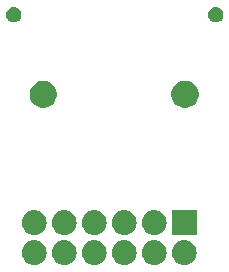
<source format=gbs>
G04 #@! TF.GenerationSoftware,KiCad,Pcbnew,(5.0.1)-3*
G04 #@! TF.CreationDate,2018-10-30T18:00:54+11:00*
G04 #@! TF.ProjectId,SoManySwitches-ClientBoard,536F4D616E7953776974636865732D43,rev?*
G04 #@! TF.SameCoordinates,PX8d4855cPY6bf9b94*
G04 #@! TF.FileFunction,Soldermask,Bot*
G04 #@! TF.FilePolarity,Negative*
%FSLAX46Y46*%
G04 Gerber Fmt 4.6, Leading zero omitted, Abs format (unit mm)*
G04 Created by KiCad (PCBNEW (5.0.1)-3) date 30/10/2018 6:00:54 PM*
%MOMM*%
%LPD*%
G01*
G04 APERTURE LIST*
%ADD10C,0.100000*%
G04 APERTURE END LIST*
D10*
G36*
X13273207Y2566904D02*
X13350336Y2559307D01*
X13482287Y2519280D01*
X13548263Y2499267D01*
X13730672Y2401767D01*
X13890554Y2270554D01*
X14021767Y2110672D01*
X14119267Y1928263D01*
X14119267Y1928262D01*
X14179307Y1730336D01*
X14199580Y1524500D01*
X14179307Y1318664D01*
X14139280Y1186713D01*
X14119267Y1120737D01*
X14021767Y938328D01*
X13890554Y778446D01*
X13730672Y647233D01*
X13548263Y549733D01*
X13482287Y529720D01*
X13350336Y489693D01*
X13273207Y482096D01*
X13196080Y474500D01*
X13092920Y474500D01*
X13015793Y482096D01*
X12938664Y489693D01*
X12806713Y529720D01*
X12740737Y549733D01*
X12558328Y647233D01*
X12398446Y778446D01*
X12267233Y938328D01*
X12169733Y1120737D01*
X12149720Y1186713D01*
X12109693Y1318664D01*
X12089420Y1524500D01*
X12109693Y1730336D01*
X12169733Y1928262D01*
X12169733Y1928263D01*
X12267233Y2110672D01*
X12398446Y2270554D01*
X12558328Y2401767D01*
X12740737Y2499267D01*
X12806713Y2519280D01*
X12938664Y2559307D01*
X13015793Y2566904D01*
X13092920Y2574500D01*
X13196080Y2574500D01*
X13273207Y2566904D01*
X13273207Y2566904D01*
G37*
G36*
X3113207Y2566904D02*
X3190336Y2559307D01*
X3322287Y2519280D01*
X3388263Y2499267D01*
X3570672Y2401767D01*
X3730554Y2270554D01*
X3861767Y2110672D01*
X3959267Y1928263D01*
X3959267Y1928262D01*
X4019307Y1730336D01*
X4039580Y1524500D01*
X4019307Y1318664D01*
X3979280Y1186713D01*
X3959267Y1120737D01*
X3861767Y938328D01*
X3730554Y778446D01*
X3570672Y647233D01*
X3388263Y549733D01*
X3322287Y529720D01*
X3190336Y489693D01*
X3113207Y482096D01*
X3036080Y474500D01*
X2932920Y474500D01*
X2855793Y482096D01*
X2778664Y489693D01*
X2646713Y529720D01*
X2580737Y549733D01*
X2398328Y647233D01*
X2238446Y778446D01*
X2107233Y938328D01*
X2009733Y1120737D01*
X1989720Y1186713D01*
X1949693Y1318664D01*
X1929420Y1524500D01*
X1949693Y1730336D01*
X2009733Y1928262D01*
X2009733Y1928263D01*
X2107233Y2110672D01*
X2238446Y2270554D01*
X2398328Y2401767D01*
X2580737Y2499267D01*
X2646713Y2519280D01*
X2778664Y2559307D01*
X2855793Y2566904D01*
X2932920Y2574500D01*
X3036080Y2574500D01*
X3113207Y2566904D01*
X3113207Y2566904D01*
G37*
G36*
X5653207Y2566904D02*
X5730336Y2559307D01*
X5862287Y2519280D01*
X5928263Y2499267D01*
X6110672Y2401767D01*
X6270554Y2270554D01*
X6401767Y2110672D01*
X6499267Y1928263D01*
X6499267Y1928262D01*
X6559307Y1730336D01*
X6579580Y1524500D01*
X6559307Y1318664D01*
X6519280Y1186713D01*
X6499267Y1120737D01*
X6401767Y938328D01*
X6270554Y778446D01*
X6110672Y647233D01*
X5928263Y549733D01*
X5862287Y529720D01*
X5730336Y489693D01*
X5653207Y482096D01*
X5576080Y474500D01*
X5472920Y474500D01*
X5395793Y482096D01*
X5318664Y489693D01*
X5186713Y529720D01*
X5120737Y549733D01*
X4938328Y647233D01*
X4778446Y778446D01*
X4647233Y938328D01*
X4549733Y1120737D01*
X4529720Y1186713D01*
X4489693Y1318664D01*
X4469420Y1524500D01*
X4489693Y1730336D01*
X4549733Y1928262D01*
X4549733Y1928263D01*
X4647233Y2110672D01*
X4778446Y2270554D01*
X4938328Y2401767D01*
X5120737Y2499267D01*
X5186713Y2519280D01*
X5318664Y2559307D01*
X5395793Y2566904D01*
X5472920Y2574500D01*
X5576080Y2574500D01*
X5653207Y2566904D01*
X5653207Y2566904D01*
G37*
G36*
X8193207Y2566904D02*
X8270336Y2559307D01*
X8402287Y2519280D01*
X8468263Y2499267D01*
X8650672Y2401767D01*
X8810554Y2270554D01*
X8941767Y2110672D01*
X9039267Y1928263D01*
X9039267Y1928262D01*
X9099307Y1730336D01*
X9119580Y1524500D01*
X9099307Y1318664D01*
X9059280Y1186713D01*
X9039267Y1120737D01*
X8941767Y938328D01*
X8810554Y778446D01*
X8650672Y647233D01*
X8468263Y549733D01*
X8402287Y529720D01*
X8270336Y489693D01*
X8193207Y482096D01*
X8116080Y474500D01*
X8012920Y474500D01*
X7935793Y482096D01*
X7858664Y489693D01*
X7726713Y529720D01*
X7660737Y549733D01*
X7478328Y647233D01*
X7318446Y778446D01*
X7187233Y938328D01*
X7089733Y1120737D01*
X7069720Y1186713D01*
X7029693Y1318664D01*
X7009420Y1524500D01*
X7029693Y1730336D01*
X7089733Y1928262D01*
X7089733Y1928263D01*
X7187233Y2110672D01*
X7318446Y2270554D01*
X7478328Y2401767D01*
X7660737Y2499267D01*
X7726713Y2519280D01*
X7858664Y2559307D01*
X7935793Y2566904D01*
X8012920Y2574500D01*
X8116080Y2574500D01*
X8193207Y2566904D01*
X8193207Y2566904D01*
G37*
G36*
X10733207Y2566904D02*
X10810336Y2559307D01*
X10942287Y2519280D01*
X11008263Y2499267D01*
X11190672Y2401767D01*
X11350554Y2270554D01*
X11481767Y2110672D01*
X11579267Y1928263D01*
X11579267Y1928262D01*
X11639307Y1730336D01*
X11659580Y1524500D01*
X11639307Y1318664D01*
X11599280Y1186713D01*
X11579267Y1120737D01*
X11481767Y938328D01*
X11350554Y778446D01*
X11190672Y647233D01*
X11008263Y549733D01*
X10942287Y529720D01*
X10810336Y489693D01*
X10733207Y482096D01*
X10656080Y474500D01*
X10552920Y474500D01*
X10475793Y482096D01*
X10398664Y489693D01*
X10266713Y529720D01*
X10200737Y549733D01*
X10018328Y647233D01*
X9858446Y778446D01*
X9727233Y938328D01*
X9629733Y1120737D01*
X9609720Y1186713D01*
X9569693Y1318664D01*
X9549420Y1524500D01*
X9569693Y1730336D01*
X9629733Y1928262D01*
X9629733Y1928263D01*
X9727233Y2110672D01*
X9858446Y2270554D01*
X10018328Y2401767D01*
X10200737Y2499267D01*
X10266713Y2519280D01*
X10398664Y2559307D01*
X10475793Y2566904D01*
X10552920Y2574500D01*
X10656080Y2574500D01*
X10733207Y2566904D01*
X10733207Y2566904D01*
G37*
G36*
X15813207Y2566904D02*
X15890336Y2559307D01*
X16022287Y2519280D01*
X16088263Y2499267D01*
X16270672Y2401767D01*
X16430554Y2270554D01*
X16561767Y2110672D01*
X16659267Y1928263D01*
X16659267Y1928262D01*
X16719307Y1730336D01*
X16739580Y1524500D01*
X16719307Y1318664D01*
X16679280Y1186713D01*
X16659267Y1120737D01*
X16561767Y938328D01*
X16430554Y778446D01*
X16270672Y647233D01*
X16088263Y549733D01*
X16022287Y529720D01*
X15890336Y489693D01*
X15813207Y482096D01*
X15736080Y474500D01*
X15632920Y474500D01*
X15555793Y482096D01*
X15478664Y489693D01*
X15346713Y529720D01*
X15280737Y549733D01*
X15098328Y647233D01*
X14938446Y778446D01*
X14807233Y938328D01*
X14709733Y1120737D01*
X14689720Y1186713D01*
X14649693Y1318664D01*
X14629420Y1524500D01*
X14649693Y1730336D01*
X14709733Y1928262D01*
X14709733Y1928263D01*
X14807233Y2110672D01*
X14938446Y2270554D01*
X15098328Y2401767D01*
X15280737Y2499267D01*
X15346713Y2519280D01*
X15478664Y2559307D01*
X15555793Y2566904D01*
X15632920Y2574500D01*
X15736080Y2574500D01*
X15813207Y2566904D01*
X15813207Y2566904D01*
G37*
G36*
X10733207Y5106904D02*
X10810336Y5099307D01*
X10942287Y5059280D01*
X11008263Y5039267D01*
X11190672Y4941767D01*
X11350554Y4810554D01*
X11481767Y4650672D01*
X11579267Y4468263D01*
X11579267Y4468262D01*
X11639307Y4270336D01*
X11659580Y4064500D01*
X11639307Y3858664D01*
X11599280Y3726713D01*
X11579267Y3660737D01*
X11481767Y3478328D01*
X11350554Y3318446D01*
X11190672Y3187233D01*
X11008263Y3089733D01*
X10942287Y3069720D01*
X10810336Y3029693D01*
X10733207Y3022097D01*
X10656080Y3014500D01*
X10552920Y3014500D01*
X10475793Y3022097D01*
X10398664Y3029693D01*
X10266713Y3069720D01*
X10200737Y3089733D01*
X10018328Y3187233D01*
X9858446Y3318446D01*
X9727233Y3478328D01*
X9629733Y3660737D01*
X9609720Y3726713D01*
X9569693Y3858664D01*
X9549420Y4064500D01*
X9569693Y4270336D01*
X9629733Y4468262D01*
X9629733Y4468263D01*
X9727233Y4650672D01*
X9858446Y4810554D01*
X10018328Y4941767D01*
X10200737Y5039267D01*
X10266713Y5059280D01*
X10398664Y5099307D01*
X10475793Y5106904D01*
X10552920Y5114500D01*
X10656080Y5114500D01*
X10733207Y5106904D01*
X10733207Y5106904D01*
G37*
G36*
X3113207Y5106904D02*
X3190336Y5099307D01*
X3322287Y5059280D01*
X3388263Y5039267D01*
X3570672Y4941767D01*
X3730554Y4810554D01*
X3861767Y4650672D01*
X3959267Y4468263D01*
X3959267Y4468262D01*
X4019307Y4270336D01*
X4039580Y4064500D01*
X4019307Y3858664D01*
X3979280Y3726713D01*
X3959267Y3660737D01*
X3861767Y3478328D01*
X3730554Y3318446D01*
X3570672Y3187233D01*
X3388263Y3089733D01*
X3322287Y3069720D01*
X3190336Y3029693D01*
X3113207Y3022097D01*
X3036080Y3014500D01*
X2932920Y3014500D01*
X2855793Y3022097D01*
X2778664Y3029693D01*
X2646713Y3069720D01*
X2580737Y3089733D01*
X2398328Y3187233D01*
X2238446Y3318446D01*
X2107233Y3478328D01*
X2009733Y3660737D01*
X1989720Y3726713D01*
X1949693Y3858664D01*
X1929420Y4064500D01*
X1949693Y4270336D01*
X2009733Y4468262D01*
X2009733Y4468263D01*
X2107233Y4650672D01*
X2238446Y4810554D01*
X2398328Y4941767D01*
X2580737Y5039267D01*
X2646713Y5059280D01*
X2778664Y5099307D01*
X2855793Y5106904D01*
X2932920Y5114500D01*
X3036080Y5114500D01*
X3113207Y5106904D01*
X3113207Y5106904D01*
G37*
G36*
X5653207Y5106904D02*
X5730336Y5099307D01*
X5862287Y5059280D01*
X5928263Y5039267D01*
X6110672Y4941767D01*
X6270554Y4810554D01*
X6401767Y4650672D01*
X6499267Y4468263D01*
X6499267Y4468262D01*
X6559307Y4270336D01*
X6579580Y4064500D01*
X6559307Y3858664D01*
X6519280Y3726713D01*
X6499267Y3660737D01*
X6401767Y3478328D01*
X6270554Y3318446D01*
X6110672Y3187233D01*
X5928263Y3089733D01*
X5862287Y3069720D01*
X5730336Y3029693D01*
X5653207Y3022097D01*
X5576080Y3014500D01*
X5472920Y3014500D01*
X5395793Y3022097D01*
X5318664Y3029693D01*
X5186713Y3069720D01*
X5120737Y3089733D01*
X4938328Y3187233D01*
X4778446Y3318446D01*
X4647233Y3478328D01*
X4549733Y3660737D01*
X4529720Y3726713D01*
X4489693Y3858664D01*
X4469420Y4064500D01*
X4489693Y4270336D01*
X4549733Y4468262D01*
X4549733Y4468263D01*
X4647233Y4650672D01*
X4778446Y4810554D01*
X4938328Y4941767D01*
X5120737Y5039267D01*
X5186713Y5059280D01*
X5318664Y5099307D01*
X5395793Y5106904D01*
X5472920Y5114500D01*
X5576080Y5114500D01*
X5653207Y5106904D01*
X5653207Y5106904D01*
G37*
G36*
X8193207Y5106904D02*
X8270336Y5099307D01*
X8402287Y5059280D01*
X8468263Y5039267D01*
X8650672Y4941767D01*
X8810554Y4810554D01*
X8941767Y4650672D01*
X9039267Y4468263D01*
X9039267Y4468262D01*
X9099307Y4270336D01*
X9119580Y4064500D01*
X9099307Y3858664D01*
X9059280Y3726713D01*
X9039267Y3660737D01*
X8941767Y3478328D01*
X8810554Y3318446D01*
X8650672Y3187233D01*
X8468263Y3089733D01*
X8402287Y3069720D01*
X8270336Y3029693D01*
X8193207Y3022097D01*
X8116080Y3014500D01*
X8012920Y3014500D01*
X7935793Y3022097D01*
X7858664Y3029693D01*
X7726713Y3069720D01*
X7660737Y3089733D01*
X7478328Y3187233D01*
X7318446Y3318446D01*
X7187233Y3478328D01*
X7089733Y3660737D01*
X7069720Y3726713D01*
X7029693Y3858664D01*
X7009420Y4064500D01*
X7029693Y4270336D01*
X7089733Y4468262D01*
X7089733Y4468263D01*
X7187233Y4650672D01*
X7318446Y4810554D01*
X7478328Y4941767D01*
X7660737Y5039267D01*
X7726713Y5059280D01*
X7858664Y5099307D01*
X7935793Y5106904D01*
X8012920Y5114500D01*
X8116080Y5114500D01*
X8193207Y5106904D01*
X8193207Y5106904D01*
G37*
G36*
X13273207Y5106904D02*
X13350336Y5099307D01*
X13482287Y5059280D01*
X13548263Y5039267D01*
X13730672Y4941767D01*
X13890554Y4810554D01*
X14021767Y4650672D01*
X14119267Y4468263D01*
X14119267Y4468262D01*
X14179307Y4270336D01*
X14199580Y4064500D01*
X14179307Y3858664D01*
X14139280Y3726713D01*
X14119267Y3660737D01*
X14021767Y3478328D01*
X13890554Y3318446D01*
X13730672Y3187233D01*
X13548263Y3089733D01*
X13482287Y3069720D01*
X13350336Y3029693D01*
X13273207Y3022097D01*
X13196080Y3014500D01*
X13092920Y3014500D01*
X13015793Y3022097D01*
X12938664Y3029693D01*
X12806713Y3069720D01*
X12740737Y3089733D01*
X12558328Y3187233D01*
X12398446Y3318446D01*
X12267233Y3478328D01*
X12169733Y3660737D01*
X12149720Y3726713D01*
X12109693Y3858664D01*
X12089420Y4064500D01*
X12109693Y4270336D01*
X12169733Y4468262D01*
X12169733Y4468263D01*
X12267233Y4650672D01*
X12398446Y4810554D01*
X12558328Y4941767D01*
X12740737Y5039267D01*
X12806713Y5059280D01*
X12938664Y5099307D01*
X13015793Y5106904D01*
X13092920Y5114500D01*
X13196080Y5114500D01*
X13273207Y5106904D01*
X13273207Y5106904D01*
G37*
G36*
X16734500Y3014500D02*
X14634500Y3014500D01*
X14634500Y5114500D01*
X16734500Y5114500D01*
X16734500Y3014500D01*
X16734500Y3014500D01*
G37*
G36*
X4094943Y16026306D02*
X4304228Y15939617D01*
X4492585Y15813761D01*
X4652761Y15653585D01*
X4778617Y15465228D01*
X4865306Y15255943D01*
X4909500Y15033766D01*
X4909500Y14807234D01*
X4865306Y14585057D01*
X4778617Y14375772D01*
X4652761Y14187415D01*
X4492585Y14027239D01*
X4304228Y13901383D01*
X4094943Y13814694D01*
X3872766Y13770500D01*
X3646234Y13770500D01*
X3424057Y13814694D01*
X3214772Y13901383D01*
X3026415Y14027239D01*
X2866239Y14187415D01*
X2740383Y14375772D01*
X2653694Y14585057D01*
X2609500Y14807234D01*
X2609500Y15033766D01*
X2653694Y15255943D01*
X2740383Y15465228D01*
X2866239Y15653585D01*
X3026415Y15813761D01*
X3214772Y15939617D01*
X3424057Y16026306D01*
X3646234Y16070500D01*
X3872766Y16070500D01*
X4094943Y16026306D01*
X4094943Y16026306D01*
G37*
G36*
X16084943Y16026306D02*
X16294228Y15939617D01*
X16482585Y15813761D01*
X16642761Y15653585D01*
X16768617Y15465228D01*
X16855306Y15255943D01*
X16899500Y15033766D01*
X16899500Y14807234D01*
X16855306Y14585057D01*
X16768617Y14375772D01*
X16642761Y14187415D01*
X16482585Y14027239D01*
X16294228Y13901383D01*
X16084943Y13814694D01*
X15862766Y13770500D01*
X15636234Y13770500D01*
X15414057Y13814694D01*
X15204772Y13901383D01*
X15016415Y14027239D01*
X14856239Y14187415D01*
X14730383Y14375772D01*
X14643694Y14585057D01*
X14599500Y14807234D01*
X14599500Y15033766D01*
X14643694Y15255943D01*
X14730383Y15465228D01*
X14856239Y15653585D01*
X15016415Y15813761D01*
X15204772Y15939617D01*
X15414057Y16026306D01*
X15636234Y16070500D01*
X15862766Y16070500D01*
X16084943Y16026306D01*
X16084943Y16026306D01*
G37*
G36*
X1397238Y22293847D02*
X1439098Y22285521D01*
X1473745Y22271170D01*
X1557390Y22236523D01*
X1663854Y22165386D01*
X1754386Y22074854D01*
X1825523Y21968390D01*
X1874521Y21850097D01*
X1899500Y21724521D01*
X1899500Y21596479D01*
X1874521Y21470903D01*
X1825523Y21352610D01*
X1754386Y21246146D01*
X1663854Y21155614D01*
X1557390Y21084477D01*
X1473745Y21049830D01*
X1439098Y21035479D01*
X1397238Y21027153D01*
X1313521Y21010500D01*
X1185479Y21010500D01*
X1101762Y21027153D01*
X1059902Y21035479D01*
X1025255Y21049830D01*
X941610Y21084477D01*
X835146Y21155614D01*
X744614Y21246146D01*
X673477Y21352610D01*
X624479Y21470903D01*
X599500Y21596479D01*
X599500Y21724521D01*
X624479Y21850097D01*
X673477Y21968390D01*
X744614Y22074854D01*
X835146Y22165386D01*
X941610Y22236523D01*
X1025255Y22271170D01*
X1059902Y22285521D01*
X1101762Y22293847D01*
X1185479Y22310500D01*
X1313521Y22310500D01*
X1397238Y22293847D01*
X1397238Y22293847D01*
G37*
G36*
X18497238Y22293847D02*
X18539098Y22285521D01*
X18573745Y22271170D01*
X18657390Y22236523D01*
X18763854Y22165386D01*
X18854386Y22074854D01*
X18925523Y21968390D01*
X18974521Y21850097D01*
X18999500Y21724521D01*
X18999500Y21596479D01*
X18974521Y21470903D01*
X18925523Y21352610D01*
X18854386Y21246146D01*
X18763854Y21155614D01*
X18657390Y21084477D01*
X18573745Y21049830D01*
X18539098Y21035479D01*
X18497238Y21027153D01*
X18413521Y21010500D01*
X18285479Y21010500D01*
X18201762Y21027153D01*
X18159902Y21035479D01*
X18125255Y21049830D01*
X18041610Y21084477D01*
X17935146Y21155614D01*
X17844614Y21246146D01*
X17773477Y21352610D01*
X17724479Y21470903D01*
X17699500Y21596479D01*
X17699500Y21724521D01*
X17724479Y21850097D01*
X17773477Y21968390D01*
X17844614Y22074854D01*
X17935146Y22165386D01*
X18041610Y22236523D01*
X18125255Y22271170D01*
X18159902Y22285521D01*
X18201762Y22293847D01*
X18285479Y22310500D01*
X18413521Y22310500D01*
X18497238Y22293847D01*
X18497238Y22293847D01*
G37*
M02*

</source>
